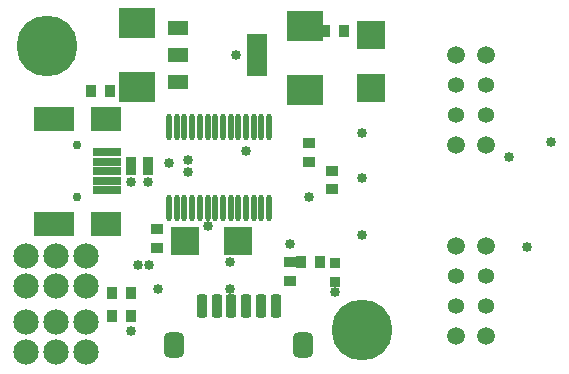
<source format=gts>
G04*
G04 #@! TF.GenerationSoftware,Altium Limited,Altium Designer,18.1.7 (191)*
G04*
G04 Layer_Color=8388736*
%FSLAX24Y24*%
%MOIN*%
G70*
G01*
G75*
%ADD10R,0.0354X0.0197*%
%ADD11R,0.0369X0.0399*%
%ADD12R,0.0374X0.0374*%
%ADD13R,0.1240X0.1004*%
%ADD14O,0.0197X0.0886*%
%ADD15R,0.0399X0.0369*%
%ADD16R,0.0965X0.0965*%
%ADD17R,0.0669X0.1417*%
%ADD18R,0.0669X0.0492*%
%ADD19R,0.0669X0.0492*%
%ADD20R,0.1343X0.0846*%
%ADD21R,0.0965X0.0256*%
%ADD22R,0.1043X0.0846*%
%ADD23R,0.0965X0.0965*%
G04:AMPARAMS|DCode=24|XSize=33.5mil|YSize=76.8mil|CornerRadius=7.1mil|HoleSize=0mil|Usage=FLASHONLY|Rotation=0.000|XOffset=0mil|YOffset=0mil|HoleType=Round|Shape=RoundedRectangle|*
%AMROUNDEDRECTD24*
21,1,0.0335,0.0626,0,0,0.0*
21,1,0.0193,0.0768,0,0,0.0*
1,1,0.0142,0.0096,-0.0313*
1,1,0.0142,-0.0096,-0.0313*
1,1,0.0142,-0.0096,0.0313*
1,1,0.0142,0.0096,0.0313*
%
%ADD24ROUNDEDRECTD24*%
G04:AMPARAMS|DCode=25|XSize=68.9mil|YSize=84.6mil|CornerRadius=18.7mil|HoleSize=0mil|Usage=FLASHONLY|Rotation=180.000|XOffset=0mil|YOffset=0mil|HoleType=Round|Shape=RoundedRectangle|*
%AMROUNDEDRECTD25*
21,1,0.0689,0.0472,0,0,180.0*
21,1,0.0315,0.0846,0,0,180.0*
1,1,0.0374,-0.0157,0.0236*
1,1,0.0374,0.0157,0.0236*
1,1,0.0374,0.0157,-0.0236*
1,1,0.0374,-0.0157,-0.0236*
%
%ADD25ROUNDEDRECTD25*%
%ADD26C,0.0596*%
%ADD27C,0.0535*%
%ADD28C,0.0295*%
%ADD29C,0.0846*%
%ADD30C,0.0335*%
%ADD31C,0.2028*%
D10*
X20828Y30197D02*
D03*
Y30000D02*
D03*
Y29803D02*
D03*
X21372D02*
D03*
Y30000D02*
D03*
Y30197D02*
D03*
D11*
X26495Y26805D02*
D03*
X27105D02*
D03*
X19495Y32500D02*
D03*
X20105D02*
D03*
X27905Y34500D02*
D03*
X27295D02*
D03*
X20195Y25000D02*
D03*
X20805D02*
D03*
X20195Y25777D02*
D03*
X20805D02*
D03*
D12*
X27600Y26780D02*
D03*
Y26130D02*
D03*
D13*
X21000Y32637D02*
D03*
Y34763D02*
D03*
X26600Y34663D02*
D03*
Y32537D02*
D03*
D14*
X22087Y28610D02*
D03*
X22343D02*
D03*
X22598D02*
D03*
X22854D02*
D03*
X23110D02*
D03*
X23366D02*
D03*
X23622D02*
D03*
X23878D02*
D03*
X24134D02*
D03*
X24390D02*
D03*
X24646D02*
D03*
X24902D02*
D03*
X25157D02*
D03*
X25413D02*
D03*
X22087Y31327D02*
D03*
X22343D02*
D03*
X22598D02*
D03*
X22854D02*
D03*
X23110D02*
D03*
X23366D02*
D03*
X23622D02*
D03*
X23878D02*
D03*
X24134D02*
D03*
X24390D02*
D03*
X24646D02*
D03*
X24902D02*
D03*
X25157D02*
D03*
X25413D02*
D03*
D15*
X27500Y29848D02*
D03*
Y29238D02*
D03*
X26750Y30154D02*
D03*
Y30764D02*
D03*
X21671Y27905D02*
D03*
Y27295D02*
D03*
X26100Y26805D02*
D03*
Y26195D02*
D03*
D16*
X28800Y34386D02*
D03*
Y32614D02*
D03*
D17*
X25029Y33709D02*
D03*
D18*
X22371Y32803D02*
D03*
Y33709D02*
D03*
D19*
Y34614D02*
D03*
D20*
X18233Y28093D02*
D03*
Y31593D02*
D03*
D21*
X20024Y30472D02*
D03*
Y30158D02*
D03*
Y29843D02*
D03*
Y29528D02*
D03*
Y29213D02*
D03*
D22*
X19984Y31595D02*
D03*
Y28091D02*
D03*
D23*
X24386Y27500D02*
D03*
X22614D02*
D03*
D24*
X24654Y25339D02*
D03*
X25638D02*
D03*
X23177D02*
D03*
X25146D02*
D03*
X24161D02*
D03*
X23669D02*
D03*
D25*
X26563Y24039D02*
D03*
X22252D02*
D03*
D26*
X31646Y33709D02*
D03*
Y30709D02*
D03*
X32646D02*
D03*
Y33709D02*
D03*
X31646Y27352D02*
D03*
Y24352D02*
D03*
X32646D02*
D03*
Y27352D02*
D03*
D27*
X31646Y32709D02*
D03*
Y31709D02*
D03*
X32646D02*
D03*
Y32709D02*
D03*
X31646Y26352D02*
D03*
Y25352D02*
D03*
X32646D02*
D03*
Y26352D02*
D03*
D28*
X19000Y28976D02*
D03*
Y30709D02*
D03*
D29*
X19323Y27000D02*
D03*
X18323D02*
D03*
X17323D02*
D03*
X19323Y23800D02*
D03*
X18323D02*
D03*
X17323D02*
D03*
X19323Y24800D02*
D03*
X18323D02*
D03*
X17323D02*
D03*
X19323Y26000D02*
D03*
X18323D02*
D03*
X17323D02*
D03*
D30*
X21055Y26700D02*
D03*
X21400D02*
D03*
X21372Y29472D02*
D03*
X20828D02*
D03*
X22087Y30100D02*
D03*
X22371Y32803D02*
D03*
X24654Y30500D02*
D03*
X24329Y33709D02*
D03*
X27600Y25800D02*
D03*
X21700Y25900D02*
D03*
X23366Y28000D02*
D03*
X22614Y27500D02*
D03*
X28500Y27700D02*
D03*
Y31105D02*
D03*
Y29600D02*
D03*
X22700Y30200D02*
D03*
X24100Y25900D02*
D03*
Y26800D02*
D03*
X22700Y29800D02*
D03*
X34000Y27300D02*
D03*
X20805Y24508D02*
D03*
X26100Y27400D02*
D03*
X34800Y30819D02*
D03*
X33400Y30300D02*
D03*
X23177Y25339D02*
D03*
X26750Y28982D02*
D03*
Y30154D02*
D03*
D31*
X28520Y24562D02*
D03*
X18000Y34000D02*
D03*
M02*

</source>
